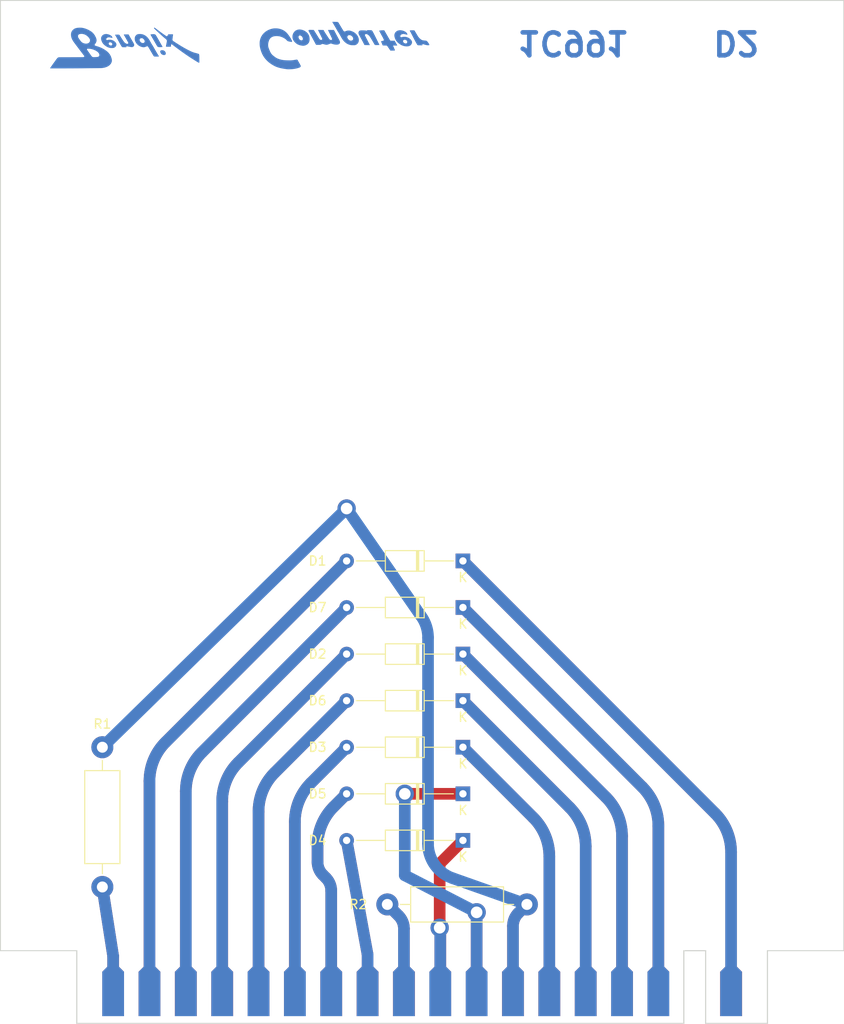
<source format=kicad_pcb>
(kicad_pcb (version 20211014) (generator pcbnew)
  (layers (0 "F.Cu" signal) (31 "B.Cu" signal) (34 "B.Paste" user) (35 "F.Paste" user) (36 "B.SilkS" user "B.Silkscreen") (37 "F.SilkS" user "F.Silkscreen") (38 "B.Mask" user) (39 "F.Mask" user) (44 "Edge.Cuts" user))
  (net 0 "")
  (net 1 "/+100V")
  (net 2 "/C_{1}")
  (net 3 "/P_{1}")
  (net 4 "/C_{2}")
  (net 5 "/C_{3}")
  (net 6 "/C_{4}")
  (net 7 "/C_{5}")
  (net 8 "/P_{2}")
  (net 9 "/C_{6}")
  (net 10 "/C_{7}")
  (net 11 "/P_{7}")
  (net 12 "/P_{3}")
  (net 13 "/P_{4}")
  (net 14 "/P_{5}")
  (net 15 "/P_{6}")
  (net 16 "/110K to B+_{2}")
  (net 17 "/110K to B+_{1}")
  (footprint "Resistor_THT:R_Axial_DIN0411_L9.9mm_D3.6mm_P15.24mm_Horizontal" (layer "F.Cu") (at 111.125 146.685 90)
    (fp_text reference "R1")
    (fp_text value "110K 1/2W 5%")
  )
  (footprint "Resistor_THT:R_Axial_DIN0411_L9.9mm_D3.6mm_P15.24mm_Horizontal" (layer "F.Cu") (at 142.24 148.59)
    (fp_text reference "R2")
    (fp_text value "110K 1/2W 5%")
  )
  (footprint "Diode_THT:D_DO-35_SOD27_P12.70mm_Horizontal" (layer "F.Cu") (at 150.495 141.605 180)
    (fp_text reference "D4")
    (fp_text value "1N4007")
  )
  (footprint "Diode_THT:D_DO-35_SOD27_P12.70mm_Horizontal" (layer "F.Cu") (at 150.495 111.125 180)
    (fp_text reference "D1")
    (fp_text value "1N4007")
  )
  (footprint "Diode_THT:D_DO-35_SOD27_P12.70mm_Horizontal" (layer "F.Cu") (at 150.495 116.205 180)
    (fp_text reference "D7")
    (fp_text value "1N4007")
  )
  (footprint "Diode_THT:D_DO-35_SOD27_P12.70mm_Horizontal" (layer "F.Cu") (at 150.495 131.445 180)
    (fp_text reference "D3")
    (fp_text value "1N4007")
  )
  (footprint "Bendix_G15:Card_Edge_B_Key" (layer "F.Cu") (at 146.0375 153.632)
    (fp_text reference "J1")
    (fp_text value "Conn_02x18_Row_Letter_First")
    (fp_line (start 37.703125 7.9375) (end 30.95625 7.9375) (layer "Edge.Cuts") (width 0.12))
    (fp_line (start 30.95625 7.9375) (end 30.95625 0) (layer "Edge.Cuts") (width 0.12))
    (fp_line (start 28.575 0) (end 28.575 7.9375) (layer "Edge.Cuts") (width 0.12))
    (fp_line (start 37.703125 0) (end 37.703125 7.9375) (layer "Edge.Cuts") (width 0.12))
    (fp_line (start 28.575 7.9375) (end -37.703125 7.9375) (layer "Edge.Cuts") (width 0.12))
    (fp_line (start 30.95625 0) (end 28.575 0) (layer "Edge.Cuts") (width 0.12))
    (fp_line (start -37.703125 7.9375) (end -37.703125 0) (layer "Edge.Cuts") (width 0.12))
  )
  (footprint "Diode_THT:D_DO-35_SOD27_P12.70mm_Horizontal" (layer "F.Cu") (at 150.495 121.285 180)
    (fp_text reference "D2")
    (fp_text value "1N4007")
  )
  (footprint "Diode_THT:D_DO-35_SOD27_P12.70mm_Horizontal" (layer "F.Cu") (at 150.495 126.365 180)
    (fp_text reference "D6")
    (fp_text value "1N4007")
  )
  (footprint "Diode_THT:D_DO-35_SOD27_P12.70mm_Horizontal" (layer "F.Cu") (at 150.495 136.525 180)
    (fp_text reference "D5")
    (fp_text value "1N4007")
  )
  (footprint "LOGO" (layer "B.Cu") (at 113.665 55.245)
    (fp_text reference "G***" hide)
    (fp_text value "LOGO" hide)
  )
  (footprint "LOGO" (layer "B.Cu") (at 137.795 55.245)
    (fp_text reference "G***" hide)
    (fp_text value "LOGO" hide)
  )
  (gr_line (start 100 50) (end 192.075 50) (layer "Edge.Cuts") (width 0.1))
  (gr_line (start 192.075 50) (end 192.075 153.632) (layer "Edge.Cuts") (width 0.1))
  (gr_line (start 108.334375 153.632) (end 100 153.632) (layer "Edge.Cuts") (width 0.1))
  (gr_line (start 100 50) (end 100 153.632) (layer "Edge.Cuts") (width 0.1))
  (gr_line (start 183.740625 153.632) (end 192.075 153.632) (layer "Edge.Cuts") (width 0.1))
  (gr_text "D2" (at 180.34 54.61 180) (layer "B.Cu") (effects (font (size 2.5 2.5) (thickness 0.5)) (justify mirror)))
  (gr_text "1C991" (at 162.56 54.61 180) (layer "B.Cu") (effects (font (size 2.5 2.5) (thickness 0.5)) (justify mirror)))
  (segment (start 155.959375 157.997625) (end 155.959375 150.939052) (width 1.27) (layer "F.Cu") (net 1))
  (segment (start 156.545162 149.524838) (end 157.48 148.59) (width 1.27) (layer "F.Cu") (net 1))
  (via (at 137.795 105.41) (size 2) (drill 1.27) (layers "F.Cu" "B.Cu") (net 1))
  (arc (start 156.545162 149.524838) (mid 156.111616 150.173685) (end 155.959375 150.939052) (width 1.27) (layer "F.Cu") (net 1))
  (segment (start 111.125 131.445) (end 137.795 105.41) (width 1.27) (layer "B.Cu") (net 1))
  (segment (start 146.685 119.482431) (end 146.685 141.94994) (width 1.27) (layer "B.Cu") (net 1))
  (segment (start 149.35372 145.721901) (end 157.48 148.59) (width 1.27) (layer "B.Cu") (net 1))
  (segment (start 156.545162 149.524838) (end 157.48 148.59) (width 1.27) (layer "B.Cu") (net 1))
  (segment (start 137.795 105.41) (end 145.842409 117.026669) (width 1.27) (layer "B.Cu") (net 1))
  (segment (start 155.959375 157.997625) (end 155.959375 150.939052) (width 1.27) (layer "B.Cu") (net 1))
  (arc (start 155.959375 150.939052) (mid 156.111616 150.173685) (end 156.545162 149.524838) (width 1.27) (layer "B.Cu") (net 1))
  (arc (start 146.685 141.94994) (mid 147.419643 144.26023) (end 149.35372 145.721901) (width 1.27) (layer "B.Cu") (net 1))
  (arc (start 145.842409 117.026669) (mid 146.468493 118.184286) (end 146.685 119.482431) (width 1.27) (layer "B.Cu") (net 1))
  (segment (start 179.771875 157.997625) (end 179.771875 142.887156) (width 1.27) (layer "F.Cu") (net 2))
  (segment (start 178.014515 138.644515) (end 150.495 111.125) (width 1.27) (layer "F.Cu") (net 2))
  (arc (start 178.014515 138.644515) (mid 179.315152 140.591055) (end 179.771875 142.887156) (width 1.27) (layer "F.Cu") (net 2))
  (segment (start 178.014515 138.644515) (end 150.495 111.125) (width 1.27) (layer "B.Cu") (net 2))
  (segment (start 179.771875 157.997625) (end 179.771875 142.887156) (width 1.27) (layer "B.Cu") (net 2))
  (arc (start 178.014515 138.644515) (mid 179.315152 140.591055) (end 179.771875 142.887156) (width 1.27) (layer "B.Cu") (net 2))
  (segment (start 116.271875 157.997625) (end 116.271875 135.133406) (width 1.27) (layer "F.Cu") (net 3))
  (segment (start 118.029235 130.890765) (end 137.795 111.125) (width 1.27) (layer "F.Cu") (net 3))
  (arc (start 116.271875 135.133406) (mid 116.728598 132.837305) (end 118.029235 130.890765) (width 1.27) (layer "F.Cu") (net 3))
  (segment (start 116.271875 157.997625) (end 116.271875 135.133406) (width 1.27) (layer "B.Cu") (net 3))
  (segment (start 118.029235 130.890765) (end 137.795 111.125) (width 1.27) (layer "B.Cu") (net 3))
  (arc (start 116.271875 135.133406) (mid 116.728598 132.837305) (end 118.029235 130.890765) (width 1.27) (layer "B.Cu") (net 3))
  (segment (start 167.865625 157.997625) (end 167.865625 141.140906) (width 1.27) (layer "F.Cu") (net 4))
  (segment (start 166.108265 136.898265) (end 150.495 121.285) (width 1.27) (layer "F.Cu") (net 4))
  (arc (start 167.865625 141.140906) (mid 167.408902 138.844805) (end 166.108265 136.898265) (width 1.27) (layer "F.Cu") (net 4))
  (segment (start 166.108265 136.898265) (end 150.495 121.285) (width 1.27) (layer "B.Cu") (net 4))
  (segment (start 167.865625 157.997625) (end 167.865625 141.140906) (width 1.27) (layer "B.Cu") (net 4))
  (arc (start 167.865625 141.140906) (mid 167.408902 138.844805) (end 166.108265 136.898265) (width 1.27) (layer "B.Cu") (net 4))
  (segment (start 158.170765 139.120765) (end 150.495 131.445) (width 1.27) (layer "F.Cu") (net 5))
  (segment (start 159.928125 157.997625) (end 159.928125 143.363406) (width 1.27) (layer "F.Cu") (net 5))
  (arc (start 158.170765 139.120765) (mid 159.471402 141.067305) (end 159.928125 143.363406) (width 1.27) (layer "F.Cu") (net 5))
  (segment (start 158.170765 139.120765) (end 150.495 131.445) (width 1.27) (layer "B.Cu") (net 5))
  (segment (start 159.928125 157.997625) (end 159.928125 143.363406) (width 1.27) (layer "B.Cu") (net 5))
  (arc (start 158.170765 139.120765) (mid 159.471402 141.067305) (end 159.928125 143.363406) (width 1.27) (layer "B.Cu") (net 5))
  (segment (start 147.955 144.145) (end 150.495 141.605) (width 1.27) (layer "F.Cu") (net 6))
  (segment (start 148.021875 157.997625) (end 148.021875 151.196875) (width 1.27) (layer "F.Cu") (net 6))
  (segment (start 148.021875 151.196875) (end 147.955 151.13) (width 1.27) (layer "F.Cu") (net 6))
  (segment (start 147.955 151.13) (end 147.955 144.145) (width 1.27) (layer "F.Cu") (net 6))
  (via (at 147.955 151.13) (size 2) (drill 1.27) (layers "F.Cu" "B.Cu") (net 6))
  (segment (start 148.021875 157.997625) (end 148.021875 151.196875) (width 1.27) (layer "B.Cu") (net 6))
  (segment (start 148.021875 151.196875) (end 147.955 151.13) (width 1.27) (layer "B.Cu") (net 6))
  (segment (start 144.145 136.525) (end 150.495 136.525) (width 1.27) (layer "F.Cu") (net 7))
  (segment (start 151.990625 157.997625) (end 151.990625 149.450625) (width 1.27) (layer "F.Cu") (net 7))
  (via (at 144.145 136.525) (size 2) (drill 1.27) (layers "F.Cu" "B.Cu") (net 7))
  (via (at 151.990625 149.450625) (size 2) (drill 1.27) (layers "F.Cu" "B.Cu") (net 7))
  (segment (start 151.990625 149.450625) (end 144.145 145.415) (width 1.27) (layer "B.Cu") (net 7))
  (segment (start 144.145 145.415) (end 144.145 136.525) (width 1.27) (layer "B.Cu") (net 7))
  (segment (start 151.990625 157.997625) (end 151.990625 149.450625) (width 1.27) (layer "B.Cu") (net 7))
  (segment (start 125.966735 133.113265) (end 137.795 121.285) (width 1.27) (layer "F.Cu") (net 8))
  (segment (start 124.209375 157.997625) (end 124.209375 137.355906) (width 1.27) (layer "F.Cu") (net 8))
  (arc (start 124.209375 137.355906) (mid 124.666098 135.059805) (end 125.966735 133.113265) (width 1.27) (layer "F.Cu") (net 8))
  (segment (start 124.209375 157.997625) (end 124.209375 137.355906) (width 1.27) (layer "B.Cu") (net 8))
  (segment (start 125.966735 133.113265) (end 137.795 121.285) (width 1.27) (layer "B.Cu") (net 8))
  (arc (start 124.209375 137.355906) (mid 124.666098 135.059805) (end 125.966735 133.113265) (width 1.27) (layer "B.Cu") (net 8))
  (segment (start 162.139515 138.009515) (end 150.495 126.365) (width 1.27) (layer "F.Cu") (net 9))
  (segment (start 163.896875 157.997625) (end 163.896875 142.252156) (width 1.27) (layer "F.Cu") (net 9))
  (arc (start 163.896875 142.252156) (mid 163.440152 139.956055) (end 162.139515 138.009515) (width 1.27) (layer "F.Cu") (net 9))
  (segment (start 163.896875 157.997625) (end 163.896875 142.252156) (width 1.27) (layer "B.Cu") (net 9))
  (segment (start 162.139515 138.009515) (end 150.495 126.365) (width 1.27) (layer "B.Cu") (net 9))
  (arc (start 163.896875 142.252156) (mid 163.440152 139.956055) (end 162.139515 138.009515) (width 1.27) (layer "B.Cu") (net 9))
  (segment (start 171.834375 157.997625) (end 171.834375 140.029656) (width 1.27) (layer "F.Cu") (net 10))
  (segment (start 170.077015 135.787015) (end 150.495 116.205) (width 1.27) (layer "F.Cu") (net 10))
  (arc (start 170.077015 135.787015) (mid 171.377652 137.733555) (end 171.834375 140.029656) (width 1.27) (layer "F.Cu") (net 10))
  (segment (start 171.834375 157.997625) (end 171.834375 140.029656) (width 1.27) (layer "B.Cu") (net 10))
  (segment (start 170.077015 135.787015) (end 150.495 116.205) (width 1.27) (layer "B.Cu") (net 10))
  (arc (start 170.077015 135.787015) (mid 171.377652 137.733555) (end 171.834375 140.029656) (width 1.27) (layer "B.Cu") (net 10))
  (segment (start 121.997985 132.002015) (end 137.795 116.205) (width 1.27) (layer "F.Cu") (net 11))
  (segment (start 120.240625 157.997625) (end 120.240625 136.244656) (width 1.27) (layer "F.Cu") (net 11))
  (arc (start 120.240625 136.244656) (mid 120.697348 133.948555) (end 121.997985 132.002015) (width 1.27) (layer "F.Cu") (net 11))
  (segment (start 121.997985 132.002015) (end 137.795 116.205) (width 1.27) (layer "B.Cu") (net 11))
  (segment (start 120.240625 157.997625) (end 120.240625 136.244656) (width 1.27) (layer "B.Cu") (net 11))
  (arc (start 120.240625 136.244656) (mid 120.697348 133.948555) (end 121.997985 132.002015) (width 1.27) (layer "B.Cu") (net 11))
  (segment (start 133.904235 135.335765) (end 137.795 131.445) (width 1.27) (layer "F.Cu") (net 12))
  (segment (start 132.146875 157.997625) (end 132.146875 139.578406) (width 1.27) (layer "F.Cu") (net 12))
  (arc (start 133.904235 135.335765) (mid 132.603598 137.282305) (end 132.146875 139.578406) (width 1.27) (layer "F.Cu") (net 12))
  (segment (start 133.904235 135.335765) (end 137.795 131.445) (width 1.27) (layer "B.Cu") (net 12))
  (segment (start 132.146875 157.997625) (end 132.146875 139.578406) (width 1.27) (layer "B.Cu") (net 12))
  (arc (start 133.904235 135.335765) (mid 132.603598 137.282305) (end 132.146875 139.578406) (width 1.27) (layer "B.Cu") (net 12))
  (segment (start 140.084375 154.054375) (end 137.795 141.605) (width 1.27) (layer "F.Cu") (net 13))
  (segment (start 140.084375 157.997625) (end 140.084375 154.054375) (width 1.27) (layer "F.Cu") (net 13))
  (segment (start 140.084375 157.997625) (end 140.084375 154.054375) (width 1.27) (layer "B.Cu") (net 13))
  (segment (start 140.084375 154.054375) (end 137.795 141.605) (width 1.27) (layer "B.Cu") (net 13))
  (segment (start 135.529838 145.689838) (end 135.205786 145.365786) (width 1.27) (layer "F.Cu") (net 14))
  (segment (start 134.62 143.951573) (end 134.62 142.185281) (width 1.27) (layer "F.Cu") (net 14))
  (segment (start 136.37736 137.94264) (end 137.795 136.525) (width 1.27) (layer "F.Cu") (net 14))
  (segment (start 136.115625 157.997625) (end 136.115625 147.104052) (width 1.27) (layer "F.Cu") (net 14))
  (arc (start 135.205786 145.365786) (mid 134.772241 144.71694) (end 134.62 143.951573) (width 1.27) (layer "F.Cu") (net 14))
  (arc (start 136.115625 147.104052) (mid 135.963384 146.338685) (end 135.529838 145.689838) (width 1.27) (layer "F.Cu") (net 14))
  (arc (start 136.37736 137.94264) (mid 135.076723 139.88918) (end 134.62 142.185281) (width 1.27) (layer "F.Cu") (net 14))
  (segment (start 136.115625 157.997625) (end 136.115625 147.104052) (width 1.27) (layer "B.Cu") (net 14))
  (segment (start 134.62 143.951573) (end 134.62 142.185281) (width 1.27) (layer "B.Cu") (net 14))
  (segment (start 135.529838 145.689838) (end 135.205786 145.365786) (width 1.27) (layer "B.Cu") (net 14))
  (segment (start 136.37736 137.94264) (end 137.795 136.525) (width 1.27) (layer "B.Cu") (net 14))
  (arc (start 136.37736 137.94264) (mid 135.076723 139.88918) (end 134.62 142.185281) (width 1.27) (layer "B.Cu") (net 14))
  (arc (start 136.115625 147.104052) (mid 135.963384 146.338685) (end 135.529838 145.689838) (width 1.27) (layer "B.Cu") (net 14))
  (arc (start 135.205786 145.365786) (mid 134.772241 144.71694) (end 134.62 143.951573) (width 1.27) (layer "B.Cu") (net 14))
  (segment (start 128.178125 157.997625) (end 128.178125 138.467156) (width 1.27) (layer "F.Cu") (net 15))
  (segment (start 129.935485 134.224515) (end 137.795 126.365) (width 1.27) (layer "F.Cu") (net 15))
  (arc (start 129.935485 134.224515) (mid 128.634848 136.171055) (end 128.178125 138.467156) (width 1.27) (layer "F.Cu") (net 15))
  (segment (start 129.935485 134.224515) (end 137.795 126.365) (width 1.27) (layer "B.Cu") (net 15))
  (segment (start 128.178125 157.997625) (end 128.178125 138.467156) (width 1.27) (layer "B.Cu") (net 15))
  (arc (start 129.935485 134.224515) (mid 128.634848 136.171055) (end 128.178125 138.467156) (width 1.27) (layer "B.Cu") (net 15))
  (segment (start 144.053125 157.997625) (end 144.053125 151.231552) (width 1.27) (layer "F.Cu") (net 16))
  (segment (start 143.467338 149.817338) (end 142.24 148.59) (width 1.27) (layer "F.Cu") (net 16))
  (arc (start 144.053125 151.231552) (mid 143.900884 150.466185) (end 143.467338 149.817338) (width 1.27) (layer "F.Cu") (net 16))
  (segment (start 143.467338 149.817338) (end 142.24 148.59) (width 1.27) (layer "B.Cu") (net 16))
  (segment (start 144.053125 157.997625) (end 144.053125 151.231552) (width 1.27) (layer "B.Cu") (net 16))
  (arc (start 143.467338 149.817338) (mid 143.900884 150.466185) (end 144.053125 151.231552) (width 1.27) (layer "B.Cu") (net 16))
  (segment (start 112.303125 154.213125) (end 111.125 146.685) (width 1.27) (layer "F.Cu") (net 17))
  (segment (start 112.303125 157.997625) (end 112.303125 154.213125) (width 1.27) (layer "F.Cu") (net 17))
  (segment (start 112.303125 154.213125) (end 111.125 146.685) (width 1.27) (layer "B.Cu") (net 17))
  (segment (start 112.303125 157.997625) (end 112.303125 154.213125) (width 1.27) (layer "B.Cu") (net 17))
)
</source>
